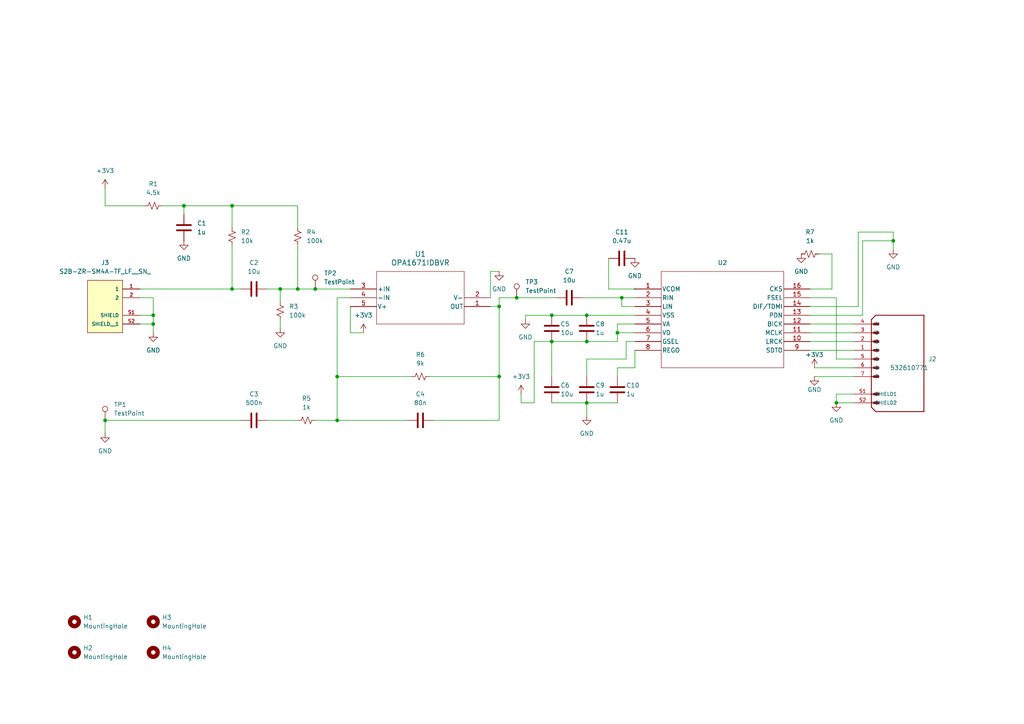
<source format=kicad_sch>
(kicad_sch (version 20231120) (generator "eeschema") (generator_version "8.0")
  (paper "A4")
  (lib_symbols
    (symbol "2024-02-15_23-46-41:OPA1671IDBVR" (pin_names (offset 0.254))
      (property "Reference" "U" (at 20.32 10.16 0))
      (property "Value" "OPA1671IDBVR" (at 20.32 7.62 0))
      (symbol "OPA1671IDBVR_0_1"
        (polyline (pts (xy 7.62 -10.16) (xy 33.02 -10.16)) (stroke (width 0.127)))
        (polyline (pts (xy 7.62 5.08) (xy 7.62 -10.16)) (stroke (width 0.127)))
        (polyline (pts (xy 33.02 -10.16) (xy 33.02 5.08)) (stroke (width 0.127)))
        (polyline (pts (xy 33.02 5.08) (xy 7.62 5.08)) (stroke (width 0.127)))
        (pin output line (at 0 0 0) (length 7.62) (name "OUT") (number "1"))
        (pin power_in line (at 0 -2.54 0) (length 7.62) (name "V-") (number "2"))
        (pin input line (at 40.64 -5.08 180) (length 7.62) (name "+IN") (number "3"))
        (pin input line (at 40.64 -2.54 180) (length 7.62) (name "-IN") (number "4"))
        (pin power_in line (at 40.64 0 180) (length 7.62) (name "V+") (number "5"))
      )
    )
    (symbol "532610771:532610771" (pin_names (offset 1.016))
      (property "Reference" "J2" (at 8.89 0 0))
      (property "Value" "532610771" (at 8.89 -2.54 0))
      (symbol "532610771_0_0"
        (rectangle (start -6.985 -13.0175) (end -5.3975 -12.3825) (stroke (width 0.1)) (fill (type outline)))
        (rectangle (start -6.985 -10.4775) (end -5.3975 -9.8425) (stroke (width 0.1)) (fill (type outline)))
        (rectangle (start -6.985 -5.3975) (end -5.3975 -4.7625) (stroke (width 0.1)) (fill (type outline)))
        (rectangle (start -6.985 -2.8575) (end -5.3975 -2.2225) (stroke (width 0.1)) (fill (type outline)))
        (rectangle (start -6.985 -0.3175) (end -5.3975 0.3175) (stroke (width 0.1)) (fill (type outline)))
        (rectangle (start -6.985 2.2225) (end -5.3975 2.8575) (stroke (width 0.1)) (fill (type outline)))
        (rectangle (start -6.985 4.7625) (end -5.3975 5.3975) (stroke (width 0.1)) (fill (type outline)))
        (rectangle (start -6.985 7.3025) (end -5.3975 7.9375) (stroke (width 0.1)) (fill (type outline)))
        (rectangle (start -6.985 9.8425) (end -5.3975 10.4775) (stroke (width 0.1)) (fill (type outline)))
        (polyline (pts (xy -7.62 -13.97) (xy -6.35 -15.24)) (stroke (width 0.254)))
        (polyline (pts (xy -7.62 -12.7) (xy -5.715 -12.7)) (stroke (width 0.254)))
        (polyline (pts (xy -7.62 -10.16) (xy -5.715 -10.16)) (stroke (width 0.254)))
        (polyline (pts (xy -7.62 -5.08) (xy -5.715 -5.08)) (stroke (width 0.254)))
        (polyline (pts (xy -7.62 -2.54) (xy -5.715 -2.54)) (stroke (width 0.254)))
        (polyline (pts (xy -7.62 0) (xy -5.715 0)) (stroke (width 0.254)))
        (polyline (pts (xy -7.62 2.54) (xy -5.715 2.54)) (stroke (width 0.254)))
        (polyline (pts (xy -7.62 5.08) (xy -5.715 5.08)) (stroke (width 0.254)))
        (polyline (pts (xy -7.62 7.62) (xy -5.715 7.62)) (stroke (width 0.254)))
        (polyline (pts (xy -7.62 10.16) (xy -5.715 10.16)) (stroke (width 0.254)))
        (polyline (pts (xy -7.62 11.43) (xy -7.62 -13.97)) (stroke (width 0.254)))
        (polyline (pts (xy -7.62 11.43) (xy -6.35 12.7)) (stroke (width 0.254)))
        (polyline (pts (xy -6.35 -15.24) (xy 7.62 -15.24)) (stroke (width 0.254)))
        (polyline (pts (xy 7.62 -15.24) (xy 7.62 12.7)) (stroke (width 0.254)))
        (polyline (pts (xy 7.62 12.7) (xy -6.35 12.7)) (stroke (width 0.254)))
        (pin passive line (at -12.7 0 0) (length 5.08) (name "5") (number "5"))
        (pin passive line (at -12.7 -2.54 0) (length 5.08) (name "6") (number "6"))
        (pin passive line (at -12.7 -5.08 0) (length 5.08) (name "7") (number "7"))
        (pin passive line (at -12.7 -10.16 0) (length 5.08) (name "SHIELD1") (number "S1"))
        (pin passive line (at -12.7 -12.7 0) (length 5.08) (name "SHIELD2") (number "S2"))
      )
      (symbol "532610771_1_0"
        (pin passive line (at -12.7 2.54 0) (length 5.08) (name "1") (number "1"))
        (pin passive line (at -12.7 5.08 0) (length 5.08) (name "2") (number "2"))
        (pin passive line (at -12.7 7.62 0) (length 5.08) (name "3") (number "3"))
        (pin passive line (at -12.7 10.16 0) (length 5.08) (name "4") (number "4"))
      )
    )
    (symbol "ADC:AK5720VT" (pin_names (offset 0.254))
      (property "Reference" "U" (at 25.4 10.16 0))
      (property "Value" "AK5720VT" (at 25.4 7.62 0))
      (symbol "AK5720VT_0_1"
        (polyline (pts (xy 7.62 -22.86) (xy 43.18 -22.86)) (stroke (width 0.127)))
        (polyline (pts (xy 7.62 5.08) (xy 7.62 -22.86)) (stroke (width 0.127)))
        (polyline (pts (xy 43.18 -22.86) (xy 43.18 5.08)) (stroke (width 0.127)))
        (polyline (pts (xy 43.18 5.08) (xy 7.62 5.08)) (stroke (width 0.127)))
        (pin unspecified line (at 0 0 0) (length 7.62) (name "VCOM") (number "1"))
        (pin unspecified line (at 50.8 -15.24 180) (length 7.62) (name "LRCK") (number "10"))
        (pin unspecified line (at 50.8 -12.7 180) (length 7.62) (name "MCLK") (number "11"))
        (pin unspecified line (at 50.8 -10.16 180) (length 7.62) (name "BICK") (number "12"))
        (pin unspecified line (at 50.8 -7.62 180) (length 7.62) (name "PDN") (number "13"))
        (pin unspecified line (at 50.8 -5.08 180) (length 7.62) (name "DIF/TDMI") (number "14"))
        (pin unspecified line (at 50.8 -2.54 180) (length 7.62) (name "FSEL") (number "15"))
        (pin unspecified line (at 50.8 0 180) (length 7.62) (name "CKS") (number "16"))
        (pin unspecified line (at 0 -2.54 0) (length 7.62) (name "RIN") (number "2"))
        (pin unspecified line (at 0 -5.08 0) (length 7.62) (name "LIN") (number "3"))
        (pin power_out line (at 0 -7.62 0) (length 7.62) (name "VSS") (number "4"))
        (pin unspecified line (at 0 -10.16 0) (length 7.62) (name "VA") (number "5"))
        (pin unspecified line (at 0 -12.7 0) (length 7.62) (name "VD") (number "6"))
        (pin unspecified line (at 0 -15.24 0) (length 7.62) (name "GSEL") (number "7"))
        (pin unspecified line (at 0 -17.78 0) (length 7.62) (name "REGO") (number "8"))
        (pin unspecified line (at 50.8 -17.78 180) (length 7.62) (name "SDTO") (number "9"))
      )
    )
    (symbol "Connector:TestPoint" (pin_numbers hide) (pin_names (offset 0.762) hide)
      (property "Reference" "TP" (at 0 6.858 0))
      (property "Value" "TestPoint" (at 0 5.08 0))
      (symbol "TestPoint_0_1"
        (circle (center 0 3.302) (radius 0.762))
      )
      (symbol "TestPoint_1_1"
        (pin passive line (at 0 0 90) (length 2.54) (name "1") (number "1"))
      )
    )
    (symbol "Device:C" (pin_numbers hide) (pin_names (offset 0.254))
      (property "Reference" "C" (at 0.635 2.54 0))
      (property "Value" "C" (at 0.635 -2.54 0))
      (symbol "C_0_1"
        (polyline (pts (xy -2.032 -0.762) (xy 2.032 -0.762)) (stroke (width 0.508)))
        (polyline (pts (xy -2.032 0.762) (xy 2.032 0.762)) (stroke (width 0.508)))
      )
      (symbol "C_1_1"
        (pin passive line (at 0 3.81 270) (length 2.794) (name "~") (number "1"))
        (pin passive line (at 0 -3.81 90) (length 2.794) (name "~") (number "2"))
      )
    )
    (symbol "Device:R_Small_US" (pin_numbers hide) (pin_names (offset 0.254) hide)
      (property "Reference" "R" (at 0.762 0.508 0))
      (property "Value" "R_Small_US" (at 0.762 -1.016 0))
      (symbol "R_Small_US_1_1"
        (polyline (pts (xy 0 0) (xy 1.016 -0.381) (xy 0 -0.762) (xy -1.016 -1.143) (xy 0 -1.524)))
        (polyline (pts (xy 0 1.524) (xy 1.016 1.143) (xy 0 0.762) (xy -1.016 0.381) (xy 0 0)))
        (pin passive line (at 0 2.54 270) (length 1.016) (name "~") (number "1"))
        (pin passive line (at 0 -2.54 90) (length 1.016) (name "~") (number "2"))
      )
    )
    (symbol "Mechanical:MountingHole" (pin_names (offset 1.016)) (exclude_from_sim yes) (in_bom no)
      (property "Reference" "H" (at 0 5.08 0))
      (property "Value" "MountingHole" (at 0 3.175 0))
      (symbol "MountingHole_0_1"
        (circle (center 0 0) (radius 1.27) (stroke (width 1.27)))
      )
    )
    (symbol "Mic Connectors:S2B-ZR-SM4A-TF_LF__SN_" (pin_names (offset 1.016))
      (property "Reference" "J" (at -5.08 8.89 0))
      (property "Value" "S2B-ZR-SM4A-TF_LF__SN_" (at -5.08 -10.16 0))
      (symbol "S2B-ZR-SM4A-TF_LF__SN__0_0"
        (rectangle (start -5.08 -7.62) (end 5.08 7.62) (stroke (width 0.1524)) (fill (type background)))
        (pin passive line (at -10.16 5.08 0) (length 5.08) (name "1") (number "1"))
        (pin passive line (at -10.16 2.54 0) (length 5.08) (name "2") (number "2"))
        (pin passive line (at -10.16 -2.54 0) (length 5.08) (name "SHIELD") (number "S1"))
        (pin passive line (at -10.16 -5.08 0) (length 5.08) (name "SHIELD__1") (number "S2"))
      )
    )
    (symbol "power:+3V3" (power) (pin_names (offset 0))
      (property "Value" "+3V3" (at 0 3.556 0))
      (symbol "+3V3_0_1"
        (polyline (pts (xy -0.762 1.27) (xy 0 2.54)))
        (polyline (pts (xy 0 0) (xy 0 2.54)))
        (polyline (pts (xy 0 2.54) (xy 0.762 1.27)))
      )
      (symbol "+3V3_1_1"
        (pin power_in line (at 0 0 90) (length 0) hide (name "+3V3") (number "1"))
      )
    )
    (symbol "power:GND" (power) (pin_numbers hide) (pin_names (offset 0) hide)
      (property "Value" "GND" (at 0 -3.81 0))
      (symbol "GND_0_1"
        (polyline (pts (xy 0 0) (xy 0 -1.27) (xy 1.27 -1.27) (xy 0 -2.54) (xy -1.27 -1.27) (xy 0 -1.27)))
      )
      (symbol "GND_1_1"
        (pin power_in line (at 0 0 270) (length 0) (name "~") (number "1"))
      )
    )
  )
  (junction (at 170.18 99.06))
  (junction (at 91.44 83.82))
  (junction (at 86.36 83.82))
  (junction (at 81.28 83.82))
  (junction (at 67.31 59.69))
  (junction (at 160.02 99.06))
  (junction (at 242.57 116.84))
  (junction (at 144.78 109.22))
  (junction (at 44.45 91.44))
  (junction (at 160.02 91.44))
  (junction (at 44.45 93.98))
  (junction (at 259.08 69.85))
  (junction (at 179.07 96.52))
  (junction (at 170.18 91.44))
  (junction (at 170.18 116.84))
  (junction (at 97.79 109.22))
  (junction (at 53.34 59.69))
  (junction (at 180.34 86.36))
  (junction (at 67.31 83.82))
  (junction (at 97.79 121.92))
  (junction (at 149.86 86.36))
  (junction (at 30.48 121.92))
  (junction (at 144.78 88.9))
  (wire (pts (xy 184.15 99.06) (xy 181.61 99.06)))
  (wire (pts (xy 81.28 83.82) (xy 86.36 83.82)))
  (wire (pts (xy 179.07 99.06) (xy 170.18 99.06)))
  (wire (pts (xy 151.13 114.3) (xy 151.13 116.84)))
  (wire (pts (xy 179.07 106.68) (xy 179.07 109.22)))
  (wire (pts (xy 160.02 99.06) (xy 160.02 109.22)))
  (wire (pts (xy 40.64 91.44) (xy 44.45 91.44)))
  (wire (pts (xy 91.44 83.82) (xy 101.6 83.82)))
  (wire (pts (xy 176.53 83.82) (xy 184.15 83.82)))
  (wire (pts (xy 184.15 93.98) (xy 179.07 93.98)))
  (wire (pts (xy 41.91 59.69) (xy 30.48 59.69)))
  (wire (pts (xy 181.61 99.06) (xy 181.61 104.14)))
  (wire (pts (xy 248.92 67.31) (xy 248.92 88.9)))
  (wire (pts (xy 248.92 88.9) (xy 234.95 88.9)))
  (wire (pts (xy 77.47 121.92) (xy 86.36 121.92)))
  (wire (pts (xy 77.47 83.82) (xy 81.28 83.82)))
  (wire (pts (xy 119.38 109.22) (xy 97.79 109.22)))
  (wire (pts (xy 242.57 86.36) (xy 242.57 104.14)))
  (wire (pts (xy 144.78 121.92) (xy 144.78 109.22)))
  (wire (pts (xy 250.19 91.44) (xy 234.95 91.44)))
  (wire (pts (xy 97.79 109.22) (xy 97.79 121.92)))
  (wire (pts (xy 46.99 59.69) (xy 53.34 59.69)))
  (wire (pts (xy 234.95 83.82) (xy 241.3 83.82)))
  (wire (pts (xy 44.45 93.98) (xy 44.45 96.52)))
  (wire (pts (xy 144.78 109.22) (xy 144.78 88.9)))
  (wire (pts (xy 86.36 59.69) (xy 86.36 66.04)))
  (wire (pts (xy 142.24 78.74) (xy 144.78 78.74)))
  (wire (pts (xy 81.28 83.82) (xy 81.28 87.63)))
  (wire (pts (xy 105.41 96.52) (xy 101.6 96.52)))
  (wire (pts (xy 144.78 86.36) (xy 144.78 88.9)))
  (wire (pts (xy 170.18 116.84) (xy 170.18 120.65)))
  (wire (pts (xy 247.65 101.6) (xy 234.95 101.6)))
  (wire (pts (xy 91.44 121.92) (xy 97.79 121.92)))
  (wire (pts (xy 160.02 116.84) (xy 170.18 116.84)))
  (wire (pts (xy 236.22 106.68) (xy 247.65 106.68)))
  (wire (pts (xy 241.3 73.66) (xy 237.49 73.66)))
  (wire (pts (xy 179.07 93.98) (xy 179.07 96.52)))
  (wire (pts (xy 101.6 86.36) (xy 97.79 86.36)))
  (wire (pts (xy 154.94 116.84) (xy 151.13 116.84)))
  (wire (pts (xy 170.18 91.44) (xy 184.15 91.44)))
  (wire (pts (xy 242.57 114.3) (xy 242.57 116.84)))
  (wire (pts (xy 181.61 104.14) (xy 170.18 104.14)))
  (wire (pts (xy 67.31 59.69) (xy 53.34 59.69)))
  (wire (pts (xy 81.28 92.71) (xy 81.28 95.25)))
  (wire (pts (xy 234.95 86.36) (xy 242.57 86.36)))
  (wire (pts (xy 176.53 74.93) (xy 176.53 83.82)))
  (wire (pts (xy 67.31 83.82) (xy 69.85 83.82)))
  (wire (pts (xy 40.64 86.36) (xy 44.45 86.36)))
  (wire (pts (xy 30.48 121.92) (xy 30.48 125.73)))
  (wire (pts (xy 184.15 101.6) (xy 184.15 106.68)))
  (wire (pts (xy 86.36 83.82) (xy 91.44 83.82)))
  (wire (pts (xy 44.45 86.36) (xy 44.45 91.44)))
  (wire (pts (xy 250.19 69.85) (xy 259.08 69.85)))
  (wire (pts (xy 101.6 96.52) (xy 101.6 88.9)))
  (wire (pts (xy 179.07 96.52) (xy 179.07 99.06)))
  (wire (pts (xy 247.65 93.98) (xy 234.95 93.98)))
  (wire (pts (xy 180.34 88.9) (xy 180.34 86.36)))
  (wire (pts (xy 241.3 83.82) (xy 241.3 73.66)))
  (wire (pts (xy 259.08 67.31) (xy 259.08 69.85)))
  (wire (pts (xy 86.36 71.12) (xy 86.36 83.82)))
  (wire (pts (xy 124.46 109.22) (xy 144.78 109.22)))
  (wire (pts (xy 67.31 66.04) (xy 67.31 59.69)))
  (wire (pts (xy 40.64 93.98) (xy 44.45 93.98)))
  (wire (pts (xy 184.15 88.9) (xy 180.34 88.9)))
  (wire (pts (xy 160.02 99.06) (xy 170.18 99.06)))
  (wire (pts (xy 30.48 54.61) (xy 30.48 59.69)))
  (wire (pts (xy 142.24 88.9) (xy 144.78 88.9)))
  (wire (pts (xy 236.22 109.22) (xy 247.65 109.22)))
  (wire (pts (xy 242.57 104.14) (xy 247.65 104.14)))
  (wire (pts (xy 67.31 59.69) (xy 86.36 59.69)))
  (wire (pts (xy 154.94 99.06) (xy 160.02 99.06)))
  (wire (pts (xy 160.02 91.44) (xy 170.18 91.44)))
  (wire (pts (xy 247.65 114.3) (xy 242.57 114.3)))
  (wire (pts (xy 149.86 86.36) (xy 161.29 86.36)))
  (wire (pts (xy 154.94 99.06) (xy 154.94 116.84)))
  (wire (pts (xy 97.79 86.36) (xy 97.79 109.22)))
  (wire (pts (xy 242.57 116.84) (xy 247.65 116.84)))
  (wire (pts (xy 170.18 104.14) (xy 170.18 109.22)))
  (wire (pts (xy 180.34 86.36) (xy 184.15 86.36)))
  (wire (pts (xy 144.78 86.36) (xy 149.86 86.36)))
  (wire (pts (xy 170.18 116.84) (xy 179.07 116.84)))
  (wire (pts (xy 152.4 91.44) (xy 160.02 91.44)))
  (wire (pts (xy 152.4 91.44) (xy 152.4 92.71)))
  (wire (pts (xy 168.91 86.36) (xy 180.34 86.36)))
  (wire (pts (xy 44.45 91.44) (xy 44.45 93.98)))
  (wire (pts (xy 259.08 69.85) (xy 259.08 72.39)))
  (wire (pts (xy 142.24 78.74) (xy 142.24 86.36)))
  (wire (pts (xy 30.48 121.92) (xy 69.85 121.92)))
  (wire (pts (xy 247.65 99.06) (xy 234.95 99.06)))
  (wire (pts (xy 125.73 121.92) (xy 144.78 121.92)))
  (wire (pts (xy 248.92 67.31) (xy 259.08 67.31)))
  (wire (pts (xy 184.15 96.52) (xy 179.07 96.52)))
  (wire (pts (xy 53.34 59.69) (xy 53.34 62.23)))
  (wire (pts (xy 250.19 69.85) (xy 250.19 91.44)))
  (wire (pts (xy 67.31 71.12) (xy 67.31 83.82)))
  (wire (pts (xy 97.79 121.92) (xy 118.11 121.92)))
  (wire (pts (xy 40.64 83.82) (xy 67.31 83.82)))
  (wire (pts (xy 247.65 96.52) (xy 234.95 96.52)))
  (wire (pts (xy 184.15 106.68) (xy 179.07 106.68)))
  (symbol (lib_id "2024-02-15_23-46-41:OPA1671IDBVR") (at 142.24 88.9 180) (unit 1)
    (property "Reference" "U1" (at 121.92 73.66 0) (effects (font (size 1.524 1.524))))
    (property "Value" "OPA1671IDBVR" (at 121.92 76.2 0) (effects (font (size 1.524 1.524))))
    (property "Footprint" "Footprints:Op-Amp" (effects (hide yes)))
    (property "Datasheet" "OPA1671IDBVR" (effects (hide yes)))
  )
  (symbol (lib_id "Mechanical:MountingHole") (at 21.59 189.23 0) (unit 1) (exclude_from_sim yes) (in_bom no)
    (property "Reference" "H2" (at 24.13 187.9599 0) (effects (justify left)))
    (property "Value" "MountingHole" (at 24.13 190.4999 0) (effects (justify left)))
    (property "Footprint" "MountingHole:MountingHole_3.2mm_M3_DIN965_Pad" (effects (hide yes)))
    (property "Description" "Mounting Hole without connection" (effects (hide yes)))
  )
  (symbol (lib_id "532610771:532610771") (at 260.35 104.14 0) (unit 1)
    (property "Reference" "J2" (at 269.24 104.14 0) (effects (justify left)))
    (property "Value" "532610771" (at 269.24 106.68 0) (effects (justify right)))
    (property "Footprint" "Footprints:MOLEX_connector" (effects (hide yes)))
    (property "Description" "\nPicoblade Connector, 7 Circuit Single Row, Right Angle Surface Mount SMT PCB\n" (effects (hide yes)))
    (property "DigiKey_Part_Number" "WM7625TR-ND" (effects (hide yes)))
    (property "MF" "Molex" (effects (hide yes)))
    (property "MAXIMUM_PACKAGE_HEIGHT" "3.4 mm" (effects (hide yes)))
    (property "Package" "None" (effects (hide yes)))
    (property "Check_prices" "https://www.snapeda.com/parts/0532610771/Molex/view-part/?ref=eda" (effects (hide yes)))
    (property "STANDARD" "Manufacturer Recommendations" (effects (hide yes)))
    (property "PARTREV" "J" (effects (hide yes)))
    (property "SnapEDA_Link" "https://www.snapeda.com/parts/0532610771/Molex/view-part/?ref=snap" (effects (hide yes)))
    (property "MP" "0532610771" (effects (hide yes)))
    (property "Purchase-URL" "https://www.snapeda.com/api/url_track_click_mouser/?unipart_id=577144&manufacturer=Molex&part_name=0532610771&search_term=None" (effects (hide yes)))
    (property "MANUFACTURER" "Molex" (effects (hide yes)))
  )
  (symbol (lib_id "Device:R_Small_US") (at 81.28 90.17 0) (unit 1)
    (property "Reference" "R3" (at 83.82 88.9 0) (effects (justify left)))
    (property "Value" "100k" (at 83.82 91.44 0) (effects (justify left)))
    (property "Footprint" "Resistor_SMD:R_0805_2012Metric" (effects (hide yes)))
  )
  (symbol (lib_id "power:GND") (at 81.28 95.25 0) (unit 1)
    (property "Reference" "#PWR07" (effects (hide yes)))
    (property "Value" "GND" (at 81.28 100.33 0))
  )
  (symbol (lib_id "Device:R_Small_US") (at 86.36 68.58 0) (unit 1)
    (property "Reference" "R4" (at 88.9 67.31 0) (effects (justify left)))
    (property "Value" "100k" (at 88.9 69.85 0) (effects (justify left)))
    (property "Footprint" "Resistor_SMD:R_0805_2012Metric" (effects (hide yes)))
  )
  (symbol (lib_id "Device:C") (at 53.34 66.04 0) (unit 1)
    (property "Reference" "C1" (at 57.15 64.7699 0) (effects (justify left)))
    (property "Value" "1u" (at 57.15 67.3099 0) (effects (justify left)))
    (property "Footprint" "Capacitor_SMD:C_0805_2012Metric" (effects (hide yes)))
  )
  (symbol (lib_id "Mechanical:MountingHole") (at 44.45 189.23 0) (unit 1) (exclude_from_sim yes) (in_bom no)
    (property "Reference" "H4" (at 46.99 187.9599 0) (effects (justify left)))
    (property "Value" "MountingHole" (at 46.99 190.4999 0) (effects (justify left)))
    (property "Footprint" "MountingHole:MountingHole_3.2mm_M3_DIN965_Pad" (effects (hide yes)))
    (property "Description" "Mounting Hole without connection" (effects (hide yes)))
  )
  (symbol (lib_id "Connector:TestPoint") (at 91.44 83.82 0) (unit 1)
    (property "Reference" "TP2" (at 93.98 79.248 0) (effects (justify left)))
    (property "Value" "TestPoint" (at 93.98 81.788 0) (effects (justify left)))
    (property "Footprint" "TestPoint:TestPoint_Pad_D1.0mm" (effects (hide yes)))
  )
  (symbol (lib_id "Mechanical:MountingHole") (at 44.45 180.34 0) (unit 1) (exclude_from_sim yes) (in_bom no)
    (property "Reference" "H3" (at 46.99 179.0699 0) (effects (justify left)))
    (property "Value" "MountingHole" (at 46.99 181.6099 0) (effects (justify left)))
    (property "Footprint" "MountingHole:MountingHole_3.2mm_M3_DIN965_Pad" (effects (hide yes)))
    (property "Description" "Mounting Hole without connection" (effects (hide yes)))
  )
  (symbol (lib_id "power:GND") (at 53.34 69.85 0) (unit 1)
    (property "Reference" "#PWR06" (effects (hide yes)))
    (property "Value" "GND" (at 53.34 74.93 0))
  )
  (symbol (lib_id "Device:R_Small_US") (at 44.45 59.69 270) (unit 1)
    (property "Reference" "R1" (at 44.45 53.34 90))
    (property "Value" "4.5k" (at 44.45 55.88 90))
    (property "Footprint" "Resistor_SMD:R_0805_2012Metric" (effects (hide yes)))
  )
  (symbol (lib_id "Device:R_Small_US") (at 67.31 68.58 0) (unit 1)
    (property "Reference" "R2" (at 69.85 67.31 0) (effects (justify left)))
    (property "Value" "10k" (at 69.85 69.85 0) (effects (justify left)))
    (property "Footprint" "Resistor_SMD:R_0805_2012Metric" (effects (hide yes)))
  )
  (symbol (lib_id "power:+3V3") (at 105.41 96.52 0) (unit 1)
    (property "Reference" "#PWR08" (effects (hide yes)))
    (property "Value" "+3V3" (at 105.41 91.44 0))
  )
  (symbol (lib_id "power:GND") (at 30.48 125.73 0) (unit 1)
    (property "Reference" "#PWR04" (effects (hide yes)))
    (property "Value" "GND" (at 30.48 130.81 0))
  )
  (symbol (lib_id "Device:C") (at 180.34 74.93 90) (unit 1)
    (property "Reference" "C11" (at 180.34 67.31 90))
    (property "Value" "0.47u" (at 180.34 69.85 90))
    (property "Footprint" "Capacitor_SMD:C_0805_2012Metric" (effects (hide yes)))
  )
  (symbol (lib_id "Mic Connectors:S2B-ZR-SM4A-TF_LF__SN_") (at 30.48 88.9 0) (mirror y) (unit 1)
    (property "Reference" "J3" (at 30.48 76.2 0))
    (property "Value" "S2B-ZR-SM4A-TF_LF__SN_" (at 30.48 78.74 0))
    (property "Footprint" "Footprints:Mic_Conn" (effects (hide yes)))
    (property "PARTREV" "N/A" (effects (hide yes)))
    (property "MF" "JST" (effects (hide yes)))
    (property "STANDARD" "Manufacturer Recommendations" (effects (hide yes)))
  )
  (symbol (lib_id "ADC:AK5720VT") (at 184.15 83.82 0) (unit 1)
    (property "Reference" "U2" (at 209.55 76.2 0))
    (property "Value" "~" (at 184.15 83.82 0))
    (property "Footprint" "Footprints:ADC" (effects (hide yes)))
    (property "Datasheet" "AK5720VT" (effects (hide yes)))
  )
  (symbol (lib_id "Device:C") (at 121.92 121.92 90) (unit 1)
    (property "Reference" "C4" (at 121.92 114.3 90))
    (property "Value" "80n" (at 121.92 116.84 90))
    (property "Footprint" "Capacitor_SMD:C_0805_2012Metric" (effects (hide yes)))
  )
  (symbol (lib_id "power:GND") (at 232.41 73.66 0) (unit 1)
    (property "Reference" "#PWR014" (effects (hide yes)))
    (property "Value" "GND" (at 232.41 78.74 0))
  )
  (symbol (lib_id "Device:C") (at 165.1 86.36 90) (unit 1)
    (property "Reference" "C7" (at 165.1 78.74 90))
    (property "Value" "10u" (at 165.1 81.28 90))
    (property "Footprint" "Capacitor_SMD:C_0805_2012Metric" (effects (hide yes)))
  )
  (symbol (lib_id "power:GND") (at 44.45 96.52 0) (unit 1)
    (property "Reference" "#PWR05" (effects (hide yes)))
    (property "Value" "GND" (at 44.45 101.6 0))
  )
  (symbol (lib_id "power:GND") (at 236.22 109.22 0) (unit 1)
    (property "Reference" "#PWR016" (effects (hide yes)))
    (property "Value" "GND" (at 236.22 113.03 0))
  )
  (symbol (lib_id "power:GND") (at 259.08 72.39 0) (unit 1)
    (property "Reference" "#PWR01" (effects (hide yes)))
    (property "Value" "GND" (at 259.08 77.47 0))
    (property "Description" "Power symbol creates a global label with name \"GND\" , ground" (effects (hide yes)))
  )
  (symbol (lib_id "power:+3V3") (at 236.22 106.68 0) (unit 1)
    (property "Reference" "#PWR015" (effects (hide yes)))
    (property "Value" "+3V3" (at 236.22 102.87 0))
  )
  (symbol (lib_id "power:GND") (at 152.4 92.71 0) (unit 1)
    (property "Reference" "#PWR011" (effects (hide yes)))
    (property "Value" "GND" (at 152.4 97.79 0))
  )
  (symbol (lib_id "power:+3V3") (at 151.13 114.3 0) (unit 1)
    (property "Reference" "#PWR010" (effects (hide yes)))
    (property "Value" "+3V3" (at 151.13 109.22 0))
  )
  (symbol (lib_id "Connector:TestPoint") (at 149.86 86.36 0) (unit 1)
    (property "Reference" "TP3" (at 152.4 81.788 0) (effects (justify left)))
    (property "Value" "TestPoint" (at 152.4 84.328 0) (effects (justify left)))
    (property "Footprint" "TestPoint:TestPoint_Pad_D1.0mm" (effects (hide yes)))
  )
  (symbol (lib_id "Device:C") (at 73.66 83.82 90) (unit 1)
    (property "Reference" "C2" (at 73.66 76.2 90))
    (property "Value" "10u" (at 73.66 78.74 90))
    (property "Footprint" "Capacitor_SMD:C_0805_2012Metric" (effects (hide yes)))
  )
  (symbol (lib_id "Device:R_Small_US") (at 234.95 73.66 90) (unit 1)
    (property "Reference" "R7" (at 234.95 67.31 90))
    (property "Value" "1k" (at 234.95 69.85 90))
    (property "Footprint" "Resistor_SMD:R_0805_2012Metric" (effects (hide yes)))
  )
  (symbol (lib_id "Device:R_Small_US") (at 121.92 109.22 270) (unit 1)
    (property "Reference" "R6" (at 121.92 102.87 90))
    (property "Value" "9k" (at 121.92 105.41 90))
    (property "Footprint" "Resistor_SMD:R_0805_2012Metric" (effects (hide yes)))
  )
  (symbol (lib_id "Device:R_Small_US") (at 88.9 121.92 270) (unit 1)
    (property "Reference" "R5" (at 88.9 115.57 90))
    (property "Value" "1k" (at 88.9 118.11 90))
    (property "Footprint" "Resistor_SMD:R_0805_2012Metric" (effects (hide yes)))
  )
  (symbol (lib_id "Device:C") (at 170.18 95.25 0) (unit 1)
    (property "Reference" "C8" (at 172.72 93.98 0) (effects (justify left)))
    (property "Value" "1u" (at 172.72 96.52 0) (effects (justify left)))
    (property "Footprint" "Capacitor_SMD:C_0805_2012Metric" (effects (hide yes)))
  )
  (symbol (lib_id "Device:C") (at 73.66 121.92 90) (unit 1)
    (property "Reference" "C3" (at 73.66 114.3 90))
    (property "Value" "500n" (at 73.66 116.84 90))
    (property "Footprint" "Capacitor_SMD:C_0805_2012Metric" (effects (hide yes)))
  )
  (symbol (lib_id "Device:C") (at 160.02 95.25 0) (unit 1)
    (property "Reference" "C5" (at 162.56 93.98 0) (effects (justify left)))
    (property "Value" "10u" (at 162.56 96.52 0) (effects (justify left)))
    (property "Footprint" "Capacitor_SMD:C_0805_2012Metric" (effects (hide yes)))
  )
  (symbol (lib_id "power:GND") (at 144.78 78.74 0) (unit 1)
    (property "Reference" "#PWR09" (effects (hide yes)))
    (property "Value" "GND" (at 144.78 83.82 0))
  )
  (symbol (lib_id "power:GND") (at 184.15 74.93 0) (unit 1)
    (property "Reference" "#PWR013" (effects (hide yes)))
    (property "Value" "GND" (at 184.15 80.01 0))
  )
  (symbol (lib_id "power:GND") (at 170.18 120.65 0) (unit 1)
    (property "Reference" "#PWR012" (effects (hide yes)))
    (property "Value" "GND" (at 170.18 125.73 0))
  )
  (symbol (lib_id "power:GND") (at 242.57 116.84 0) (unit 1)
    (property "Reference" "#PWR017" (effects (hide yes)))
    (property "Value" "GND" (at 242.57 121.92 0))
  )
  (symbol (lib_id "Device:C") (at 160.02 113.03 0) (unit 1)
    (property "Reference" "C6" (at 162.56 111.76 0) (effects (justify left)))
    (property "Value" "10u" (at 162.56 114.3 0) (effects (justify left)))
    (property "Footprint" "Capacitor_SMD:C_0805_2012Metric" (effects (hide yes)))
  )
  (symbol (lib_id "Connector:TestPoint") (at 30.48 121.92 0) (unit 1)
    (property "Reference" "TP1" (at 33.02 117.348 0) (effects (justify left)))
    (property "Value" "TestPoint" (at 33.02 119.888 0) (effects (justify left)))
    (property "Footprint" "TestPoint:TestPoint_Pad_D1.0mm" (effects (hide yes)))
  )
  (symbol (lib_id "Device:C") (at 170.18 113.03 0) (unit 1)
    (property "Reference" "C9" (at 172.72 111.76 0) (effects (justify left)))
    (property "Value" "1u" (at 172.72 114.3 0) (effects (justify left)))
    (property "Footprint" "Capacitor_SMD:C_0805_2012Metric" (effects (hide yes)))
  )
  (symbol (lib_id "power:+3V3") (at 30.48 54.61 0) (unit 1)
    (property "Reference" "#PWR03" (effects (hide yes)))
    (property "Value" "+3V3" (at 30.48 49.53 0))
  )
  (symbol (lib_id "Device:C") (at 179.07 113.03 0) (unit 1)
    (property "Reference" "C10" (at 181.61 111.76 0) (effects (justify left)))
    (property "Value" "1u" (at 181.61 114.3 0) (effects (justify left)))
    (property "Footprint" "Capacitor_SMD:C_0805_2012Metric" (effects (hide yes)))
  )
  (symbol (lib_id "Mechanical:MountingHole") (at 21.59 180.34 0) (unit 1) (exclude_from_sim yes) (in_bom no)
    (property "Reference" "H1" (at 24.13 179.0699 0) (effects (justify left)))
    (property "Value" "MountingHole" (at 24.13 181.6099 0) (effects (justify left)))
    (property "Footprint" "MountingHole:MountingHole_3.2mm_M3_DIN965_Pad" (effects (hide yes)))
    (property "Description" "Mounting Hole without connection" (effects (hide yes)))
  )
)
</source>
